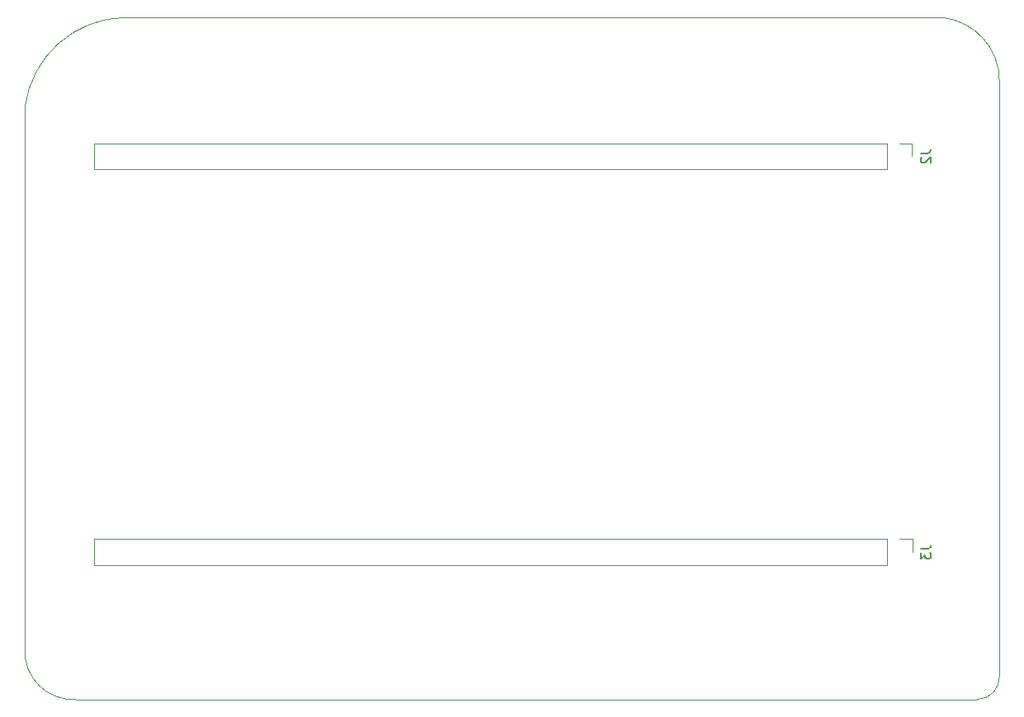
<source format=gbr>
%TF.GenerationSoftware,KiCad,Pcbnew,(6.0.2)*%
%TF.CreationDate,2022-03-20T21:01:56+02:00*%
%TF.ProjectId,main,6d61696e-2e6b-4696-9361-645f70636258,rev?*%
%TF.SameCoordinates,Original*%
%TF.FileFunction,Legend,Bot*%
%TF.FilePolarity,Positive*%
%FSLAX46Y46*%
G04 Gerber Fmt 4.6, Leading zero omitted, Abs format (unit mm)*
G04 Created by KiCad (PCBNEW (6.0.2)) date 2022-03-20 21:01:56*
%MOMM*%
%LPD*%
G01*
G04 APERTURE LIST*
%TA.AperFunction,Profile*%
%ADD10C,0.100000*%
%TD*%
%ADD11C,0.150000*%
%ADD12C,0.120000*%
G04 APERTURE END LIST*
D10*
X189700000Y-76480000D02*
X189700000Y-137400000D01*
X100060000Y-69849999D02*
G75*
G03*
X89700000Y-79080000I93771J-10534423D01*
G01*
X89700000Y-134650000D02*
X89700000Y-79080000D01*
X187390000Y-139830000D02*
G75*
G03*
X189700000Y-137400000I17847J2295998D01*
G01*
X100060000Y-69850000D02*
X183790000Y-69850000D01*
X189700000Y-76480000D02*
G75*
G03*
X183790000Y-69850000I-6555369J105621D01*
G01*
X187390000Y-139830000D02*
X94910000Y-139830000D01*
X89700000Y-134650000D02*
G75*
G03*
X94910000Y-139830000I4932314J-249207D01*
G01*
D11*
%TO.C,J2*%
X181622380Y-83766666D02*
X182336666Y-83766666D01*
X182479523Y-83719047D01*
X182574761Y-83623809D01*
X182622380Y-83480952D01*
X182622380Y-83385714D01*
X181717619Y-84195238D02*
X181670000Y-84242857D01*
X181622380Y-84338095D01*
X181622380Y-84576190D01*
X181670000Y-84671428D01*
X181717619Y-84719047D01*
X181812857Y-84766666D01*
X181908095Y-84766666D01*
X182050952Y-84719047D01*
X182622380Y-84147619D01*
X182622380Y-84766666D01*
%TO.C,J3*%
X181662380Y-124366666D02*
X182376666Y-124366666D01*
X182519523Y-124319047D01*
X182614761Y-124223809D01*
X182662380Y-124080952D01*
X182662380Y-123985714D01*
X181662380Y-124747619D02*
X181662380Y-125366666D01*
X182043333Y-125033333D01*
X182043333Y-125176190D01*
X182090952Y-125271428D01*
X182138571Y-125319047D01*
X182233809Y-125366666D01*
X182471904Y-125366666D01*
X182567142Y-125319047D01*
X182614761Y-125271428D01*
X182662380Y-125176190D01*
X182662380Y-124890476D01*
X182614761Y-124795238D01*
X182567142Y-124747619D01*
D12*
%TO.C,J2*%
X180730000Y-82770000D02*
X179400000Y-82770000D01*
X178130000Y-85430000D02*
X96790000Y-85430000D01*
X178130000Y-85430000D02*
X178130000Y-82770000D01*
X96790000Y-85430000D02*
X96790000Y-82770000D01*
X180730000Y-84100000D02*
X180730000Y-82770000D01*
X178130000Y-82770000D02*
X96790000Y-82770000D01*
%TO.C,J3*%
X178170000Y-126030000D02*
X178170000Y-123370000D01*
X180770000Y-123370000D02*
X179440000Y-123370000D01*
X96830000Y-126030000D02*
X96830000Y-123370000D01*
X178170000Y-126030000D02*
X96830000Y-126030000D01*
X180770000Y-124700000D02*
X180770000Y-123370000D01*
X178170000Y-123370000D02*
X96830000Y-123370000D01*
%TD*%
M02*

</source>
